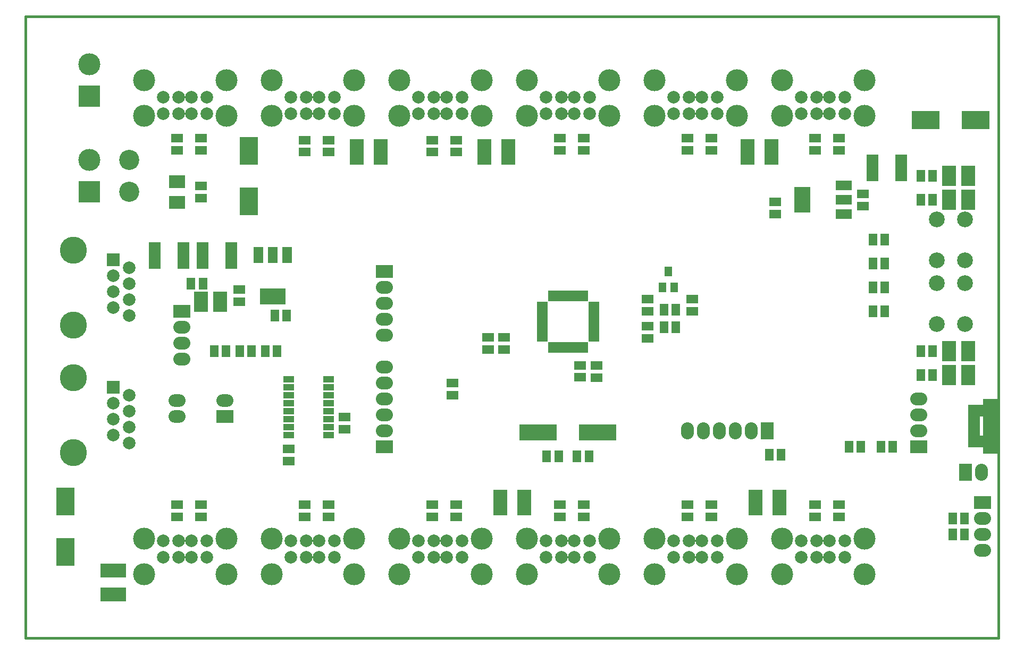
<source format=gts>
G04 (created by PCBNEW-RS274X (2012-01-19 BZR 3256)-stable) date 5/6/2013 1:35:33 AM*
G01*
G70*
G90*
%MOIN*%
G04 Gerber Fmt 3.4, Leading zero omitted, Abs format*
%FSLAX34Y34*%
G04 APERTURE LIST*
%ADD10C,0.006000*%
%ADD11C,0.015000*%
%ADD12C,0.169600*%
%ADD13R,0.079100X0.079100*%
%ADD14C,0.079100*%
%ADD15R,0.106500X0.079000*%
%ADD16O,0.106500X0.079000*%
%ADD17C,0.126300*%
%ADD18R,0.047600X0.059400*%
%ADD19C,0.138100*%
%ADD20R,0.100000X0.164000*%
%ADD21R,0.100000X0.060000*%
%ADD22R,0.164000X0.100000*%
%ADD23R,0.060000X0.100000*%
%ADD24R,0.065000X0.040000*%
%ADD25R,0.160000X0.090000*%
%ADD26R,0.090000X0.160000*%
%ADD27R,0.138100X0.138100*%
%ADD28R,0.075000X0.170000*%
%ADD29R,0.100000X0.080000*%
%ADD30R,0.114500X0.177500*%
%ADD31R,0.177500X0.114500*%
%ADD32R,0.094700X0.066200*%
%ADD33R,0.094700X0.113500*%
%ADD34R,0.102700X0.078000*%
%ADD35R,0.074300X0.037700*%
%ADD36R,0.080000X0.106600*%
%ADD37O,0.080000X0.106600*%
%ADD38R,0.075000X0.055000*%
%ADD39R,0.055000X0.075000*%
%ADD40R,0.106600X0.080000*%
%ADD41O,0.106600X0.080000*%
%ADD42R,0.031800X0.071200*%
%ADD43R,0.071200X0.031800*%
%ADD44R,0.236500X0.098700*%
%ADD45C,0.098700*%
%ADD46R,0.090700X0.126200*%
G04 APERTURE END LIST*
G54D10*
G54D11*
X84000Y-14000D02*
X84000Y-53000D01*
X23000Y-14000D02*
X84000Y-14000D01*
X23000Y-53000D02*
X23000Y-14000D01*
X84000Y-53000D02*
X23000Y-53000D01*
G54D12*
X26000Y-41338D03*
X26000Y-36665D03*
G54D13*
X28500Y-37250D03*
G54D14*
X29500Y-37750D03*
X28500Y-38250D03*
X29500Y-38750D03*
X28500Y-39250D03*
X29500Y-39750D03*
X28500Y-40250D03*
X29500Y-40750D03*
G54D12*
X26000Y-33338D03*
X26000Y-28665D03*
G54D13*
X28500Y-29250D03*
G54D14*
X29500Y-29750D03*
X28500Y-30250D03*
X29500Y-30750D03*
X28500Y-31250D03*
X29500Y-31750D03*
X28500Y-32250D03*
X29500Y-32750D03*
G54D15*
X35500Y-39100D03*
G54D16*
X32500Y-39100D03*
X35500Y-38100D03*
X32500Y-38100D03*
G54D17*
X29500Y-25000D03*
X29500Y-23000D03*
G54D18*
X63300Y-30000D03*
X63675Y-31000D03*
X62925Y-31000D03*
G54D19*
X30413Y-18000D03*
X35587Y-18000D03*
X35587Y-20236D03*
X30413Y-20236D03*
G54D14*
X32606Y-19067D03*
X33394Y-19067D03*
X34378Y-19067D03*
X31622Y-19067D03*
X34378Y-20099D03*
X33394Y-20099D03*
X32606Y-20099D03*
X31622Y-20099D03*
G54D19*
X38413Y-18000D03*
X43587Y-18000D03*
X43587Y-20236D03*
X38413Y-20236D03*
G54D14*
X40606Y-19067D03*
X41394Y-19067D03*
X42378Y-19067D03*
X39622Y-19067D03*
X42378Y-20099D03*
X41394Y-20099D03*
X40606Y-20099D03*
X39622Y-20099D03*
G54D19*
X46413Y-18000D03*
X51587Y-18000D03*
X51587Y-20236D03*
X46413Y-20236D03*
G54D14*
X48606Y-19067D03*
X49394Y-19067D03*
X50378Y-19067D03*
X47622Y-19067D03*
X50378Y-20099D03*
X49394Y-20099D03*
X48606Y-20099D03*
X47622Y-20099D03*
G54D19*
X54413Y-18000D03*
X59587Y-18000D03*
X59587Y-20236D03*
X54413Y-20236D03*
G54D14*
X56606Y-19067D03*
X57394Y-19067D03*
X58378Y-19067D03*
X55622Y-19067D03*
X58378Y-20099D03*
X57394Y-20099D03*
X56606Y-20099D03*
X55622Y-20099D03*
G54D19*
X62413Y-18000D03*
X67587Y-18000D03*
X67587Y-20236D03*
X62413Y-20236D03*
G54D14*
X64606Y-19067D03*
X65394Y-19067D03*
X66378Y-19067D03*
X63622Y-19067D03*
X66378Y-20099D03*
X65394Y-20099D03*
X64606Y-20099D03*
X63622Y-20099D03*
G54D19*
X70413Y-18000D03*
X75587Y-18000D03*
X75587Y-20236D03*
X70413Y-20236D03*
G54D14*
X72606Y-19067D03*
X73394Y-19067D03*
X74378Y-19067D03*
X71622Y-19067D03*
X74378Y-20099D03*
X73394Y-20099D03*
X72606Y-20099D03*
X71622Y-20099D03*
G54D19*
X35587Y-49000D03*
X30413Y-49000D03*
X30413Y-46764D03*
X35587Y-46764D03*
G54D14*
X33394Y-47933D03*
X32606Y-47933D03*
X31622Y-47933D03*
X34378Y-47933D03*
X31622Y-46901D03*
X32606Y-46901D03*
X33394Y-46901D03*
X34378Y-46901D03*
G54D19*
X43587Y-49000D03*
X38413Y-49000D03*
X38413Y-46764D03*
X43587Y-46764D03*
G54D14*
X41394Y-47933D03*
X40606Y-47933D03*
X39622Y-47933D03*
X42378Y-47933D03*
X39622Y-46901D03*
X40606Y-46901D03*
X41394Y-46901D03*
X42378Y-46901D03*
G54D19*
X51587Y-49000D03*
X46413Y-49000D03*
X46413Y-46764D03*
X51587Y-46764D03*
G54D14*
X49394Y-47933D03*
X48606Y-47933D03*
X47622Y-47933D03*
X50378Y-47933D03*
X47622Y-46901D03*
X48606Y-46901D03*
X49394Y-46901D03*
X50378Y-46901D03*
G54D19*
X59587Y-49000D03*
X54413Y-49000D03*
X54413Y-46764D03*
X59587Y-46764D03*
G54D14*
X57394Y-47933D03*
X56606Y-47933D03*
X55622Y-47933D03*
X58378Y-47933D03*
X55622Y-46901D03*
X56606Y-46901D03*
X57394Y-46901D03*
X58378Y-46901D03*
G54D19*
X67587Y-49000D03*
X62413Y-49000D03*
X62413Y-46764D03*
X67587Y-46764D03*
G54D14*
X65394Y-47933D03*
X64606Y-47933D03*
X63622Y-47933D03*
X66378Y-47933D03*
X63622Y-46901D03*
X64606Y-46901D03*
X65394Y-46901D03*
X66378Y-46901D03*
G54D19*
X75587Y-49000D03*
X70413Y-49000D03*
X70413Y-46764D03*
X75587Y-46764D03*
G54D14*
X73394Y-47933D03*
X72606Y-47933D03*
X71622Y-47933D03*
X74378Y-47933D03*
X71622Y-46901D03*
X72606Y-46901D03*
X73394Y-46901D03*
X74378Y-46901D03*
G54D20*
X71700Y-25500D03*
G54D21*
X74300Y-25500D03*
X74300Y-24600D03*
X74300Y-26400D03*
G54D22*
X38500Y-31550D03*
G54D23*
X38500Y-28950D03*
X37600Y-28950D03*
X39400Y-28950D03*
G54D24*
X39500Y-40250D03*
X39500Y-39250D03*
X39500Y-38750D03*
X39500Y-38250D03*
X39500Y-37750D03*
X39500Y-37250D03*
X39500Y-36750D03*
X42000Y-36750D03*
X42000Y-37250D03*
X42000Y-37750D03*
X42000Y-38250D03*
X42000Y-38750D03*
X42000Y-39250D03*
X42000Y-39750D03*
X42000Y-40250D03*
X39500Y-39750D03*
G54D25*
X28500Y-48750D03*
X28500Y-50250D03*
G54D26*
X70250Y-44500D03*
X68750Y-44500D03*
X54250Y-44500D03*
X52750Y-44500D03*
X68250Y-22500D03*
X69750Y-22500D03*
X43750Y-22500D03*
X45250Y-22500D03*
G54D27*
X27000Y-25000D03*
G54D19*
X27000Y-23000D03*
G54D27*
X27000Y-19000D03*
G54D19*
X27000Y-17000D03*
G54D28*
X35900Y-29000D03*
X34100Y-29000D03*
G54D29*
X32500Y-24350D03*
X32500Y-25650D03*
G54D30*
X37000Y-22425D03*
X37000Y-25575D03*
G54D31*
X79425Y-20500D03*
X82575Y-20500D03*
G54D30*
X25500Y-47575D03*
X25500Y-44425D03*
G54D32*
X83500Y-40030D03*
X83500Y-39370D03*
G54D33*
X83500Y-38553D03*
X83500Y-40847D03*
G54D34*
X82595Y-38731D03*
X82595Y-40669D03*
G54D35*
X82453Y-40212D03*
X82453Y-39956D03*
X82453Y-39700D03*
X82453Y-39444D03*
X82453Y-39188D03*
G54D36*
X81919Y-42581D03*
G54D37*
X82919Y-42581D03*
G54D26*
X51750Y-22500D03*
X53250Y-22500D03*
G54D28*
X31100Y-29000D03*
X32900Y-29000D03*
X77900Y-23500D03*
X76100Y-23500D03*
G54D38*
X34000Y-24625D03*
X34000Y-25375D03*
G54D39*
X34125Y-30750D03*
X33375Y-30750D03*
G54D38*
X39500Y-41125D03*
X39500Y-41875D03*
G54D39*
X38625Y-32750D03*
X39375Y-32750D03*
G54D38*
X52000Y-34125D03*
X52000Y-34875D03*
X58800Y-35900D03*
X58800Y-36650D03*
X57750Y-35875D03*
X57750Y-36625D03*
X53000Y-34125D03*
X53000Y-34875D03*
X62000Y-33425D03*
X62000Y-34175D03*
X62000Y-32475D03*
X62000Y-31725D03*
G54D39*
X75375Y-41000D03*
X74625Y-41000D03*
X76875Y-31000D03*
X76125Y-31000D03*
X58325Y-41600D03*
X57575Y-41600D03*
X55675Y-41600D03*
X56425Y-41600D03*
X79125Y-24000D03*
X79875Y-24000D03*
X37175Y-35000D03*
X36425Y-35000D03*
X79125Y-25500D03*
X79875Y-25500D03*
G54D38*
X49750Y-37750D03*
X49750Y-37000D03*
X36400Y-31875D03*
X36400Y-31125D03*
X32500Y-21625D03*
X32500Y-22375D03*
X42000Y-21750D03*
X42000Y-22500D03*
G54D39*
X34825Y-35000D03*
X35575Y-35000D03*
X38775Y-35000D03*
X38025Y-35000D03*
G54D38*
X48500Y-21750D03*
X48500Y-22500D03*
X34000Y-21625D03*
X34000Y-22375D03*
G54D39*
X76125Y-29500D03*
X76875Y-29500D03*
X76125Y-28000D03*
X76875Y-28000D03*
X76125Y-32500D03*
X76875Y-32500D03*
G54D38*
X64800Y-31725D03*
X64800Y-32475D03*
G54D39*
X63025Y-33500D03*
X63775Y-33500D03*
X63775Y-32400D03*
X63025Y-32400D03*
X77375Y-41000D03*
X76625Y-41000D03*
G54D38*
X50000Y-21750D03*
X50000Y-22500D03*
X40500Y-21750D03*
X40500Y-22500D03*
X56500Y-21625D03*
X56500Y-22375D03*
X58000Y-21625D03*
X58000Y-22375D03*
X64500Y-21625D03*
X64500Y-22375D03*
X66000Y-21625D03*
X66000Y-22375D03*
X72500Y-21625D03*
X72500Y-22375D03*
X74000Y-21625D03*
X74000Y-22375D03*
X32500Y-45375D03*
X32500Y-44625D03*
X34000Y-45375D03*
X34000Y-44625D03*
X40500Y-45375D03*
X40500Y-44625D03*
X42000Y-45375D03*
X42000Y-44625D03*
X48500Y-45375D03*
X48500Y-44625D03*
X50000Y-45375D03*
X50000Y-44625D03*
X56500Y-45375D03*
X56500Y-44625D03*
X58000Y-45375D03*
X58000Y-44625D03*
X64500Y-45375D03*
X64500Y-44625D03*
X66000Y-45375D03*
X66000Y-44625D03*
X72500Y-45375D03*
X72500Y-44625D03*
X74000Y-45375D03*
X74000Y-44625D03*
G54D39*
X79125Y-36500D03*
X79875Y-36500D03*
X79125Y-35000D03*
X79875Y-35000D03*
X81125Y-45500D03*
X81875Y-45500D03*
X81125Y-46500D03*
X81875Y-46500D03*
G54D36*
X69500Y-40000D03*
G54D37*
X68500Y-40000D03*
X67500Y-40000D03*
X66500Y-40000D03*
X65500Y-40000D03*
X64500Y-40000D03*
G54D40*
X45500Y-30000D03*
G54D41*
X45500Y-31000D03*
X45500Y-32000D03*
X45500Y-33000D03*
X45500Y-34000D03*
G54D40*
X83000Y-44500D03*
G54D41*
X83000Y-45500D03*
X83000Y-46500D03*
X83000Y-47500D03*
G54D42*
X56508Y-34764D03*
X56705Y-34764D03*
X56902Y-34764D03*
X57098Y-34764D03*
X57295Y-34764D03*
X55917Y-34764D03*
X56114Y-34764D03*
X56311Y-34764D03*
G54D43*
X58614Y-34233D03*
X58614Y-34036D03*
X58614Y-33839D03*
X58614Y-33642D03*
X58614Y-33445D03*
X58614Y-33248D03*
X58614Y-33052D03*
X58614Y-32855D03*
G54D42*
X58083Y-31536D03*
X57886Y-31536D03*
X57689Y-31536D03*
X57492Y-31536D03*
X57295Y-31536D03*
X57098Y-31536D03*
X56902Y-31536D03*
X56705Y-31536D03*
G54D43*
X55386Y-32067D03*
X55386Y-32264D03*
X55386Y-32461D03*
X55386Y-32658D03*
X55386Y-32855D03*
X55386Y-33052D03*
X55386Y-33248D03*
X55386Y-33445D03*
G54D42*
X57492Y-34764D03*
X57689Y-34764D03*
X57886Y-34764D03*
X58083Y-34764D03*
G54D43*
X58614Y-32658D03*
X58614Y-32461D03*
X58614Y-32264D03*
X58614Y-32067D03*
G54D42*
X56508Y-31536D03*
X56311Y-31536D03*
X56114Y-31536D03*
X55917Y-31536D03*
G54D43*
X55386Y-33642D03*
X55386Y-33839D03*
X55386Y-34036D03*
X55386Y-34233D03*
G54D40*
X45500Y-41000D03*
G54D41*
X45500Y-40000D03*
X45500Y-39000D03*
X45500Y-38000D03*
X45500Y-37000D03*
X45500Y-36000D03*
G54D39*
X69625Y-41500D03*
X70375Y-41500D03*
G54D40*
X79000Y-41000D03*
G54D41*
X79000Y-40000D03*
X79000Y-39000D03*
X79000Y-38000D03*
G54D44*
X55130Y-40100D03*
X58870Y-40100D03*
G54D38*
X75500Y-25125D03*
X75500Y-25875D03*
X43000Y-39125D03*
X43000Y-39875D03*
G54D40*
X32800Y-32500D03*
G54D41*
X32800Y-33500D03*
X32800Y-34500D03*
X32800Y-35500D03*
G54D45*
X80114Y-30720D03*
X81886Y-33280D03*
X81886Y-30720D03*
X80114Y-33280D03*
X80114Y-26720D03*
X81886Y-29280D03*
X81886Y-26720D03*
X80114Y-29280D03*
G54D38*
X70000Y-25625D03*
X70000Y-26375D03*
G54D46*
X80910Y-24000D03*
X82090Y-24000D03*
X80910Y-25500D03*
X82090Y-25500D03*
X35190Y-31900D03*
X34010Y-31900D03*
X80910Y-36500D03*
X82090Y-36500D03*
X80910Y-35000D03*
X82090Y-35000D03*
M02*

</source>
